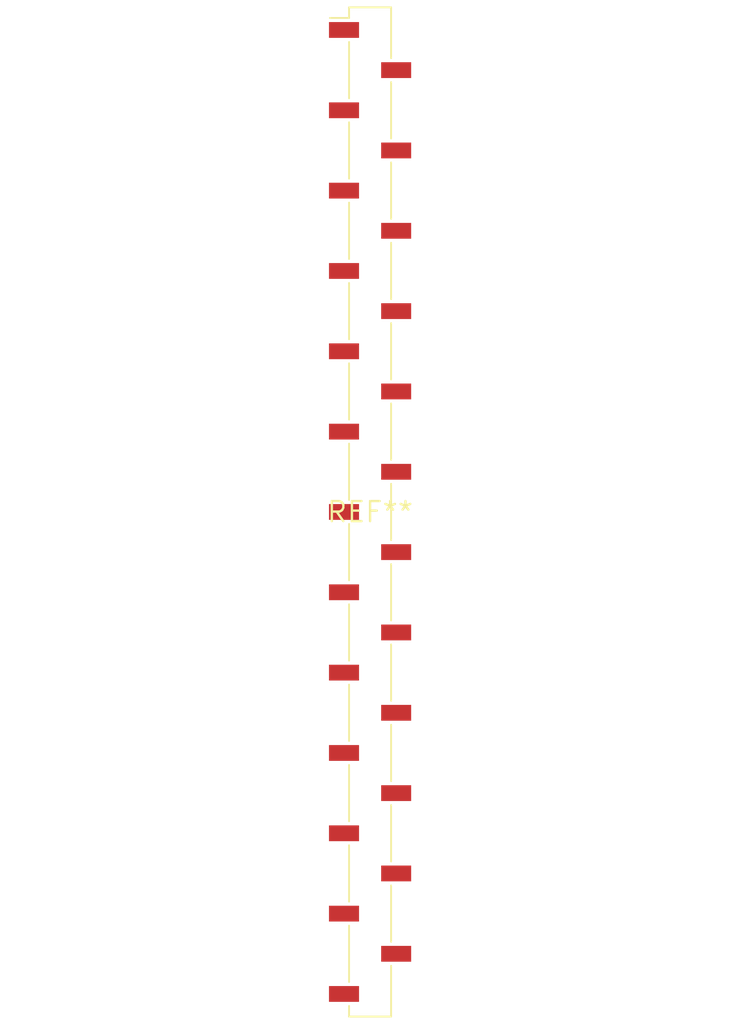
<source format=kicad_pcb>
(kicad_pcb (version 20240108) (generator pcbnew)
  (layers (0 "F.Cu" signal) (31 "B.Cu" signal) (34 "B.Paste" user) (35 "F.Paste" user) (36 "B.SilkS" user "B.Silkscreen") (37 "F.SilkS" user "F.Silkscreen") (38 "B.Mask" user) (39 "F.Mask" user) (44 "Edge.Cuts" user))
  (net 0 "")
  (footprint "PinSocket_1x25_P2.54mm_Vertical_SMD_Pin1Left" (layer "F.Cu") (at 0 0)
    (property "Reference" "REF**")
    (property "Value" "PinSocket_1x25_P2.54mm_Vertical_SMD_Pin1Left")
    (fp_line (start -2.54 -31.24) (end -1.33 -31.24) (layer "F.SilkS") (stroke (width 0.12)))
    (fp_line (start -1.33 -31.91) (end -1.33 -31.24) (layer "F.SilkS") (stroke (width 0.12)))
    (fp_line (start -1.33 -31.91) (end 1.33 -31.91) (layer "F.SilkS") (stroke (width 0.12)))
    (fp_line (start -1.33 -29.72) (end -1.33 -26.16) (layer "F.SilkS") (stroke (width 0.12)))
    (fp_line (start -1.33 -24.64) (end -1.33 -21.08) (layer "F.SilkS") (stroke (width 0.12)))
    (fp_line (start -1.33 -19.56) (end -1.33 -16) (layer "F.SilkS") (stroke (width 0.12)))
    (fp_line (start -1.33 -14.48) (end -1.33 -10.92) (layer "F.SilkS") (stroke (width 0.12)))
    (fp_line (start -1.33 -9.4) (end -1.33 -5.84) (layer "F.SilkS") (stroke (width 0.12)))
    (fp_line (start -1.33 -4.32) (end -1.33 -0.76) (layer "F.SilkS") (stroke (width 0.12)))
    (fp_line (start -1.33 0.76) (end -1.33 4.32) (layer "F.SilkS") (stroke (width 0.12)))
    (fp_line (start -1.33 5.84) (end -1.33 9.4) (layer "F.SilkS") (stroke (width 0.12)))
    (fp_line (start -1.33 10.92) (end -1.33 14.48) (layer "F.SilkS") (stroke (width 0.12)))
    (fp_line (start -1.33 16) (end -1.33 19.56) (layer "F.SilkS") (stroke (width 0.12)))
    (fp_line (start -1.33 21.08) (end -1.33 24.64) (layer "F.SilkS") (stroke (width 0.12)))
    (fp_line (start -1.33 26.16) (end -1.33 29.72) (layer "F.SilkS") (stroke (width 0.12)))
    (fp_line (start -1.33 31.24) (end -1.33 31.91) (layer "F.SilkS") (stroke (width 0.12)))
    (fp_line (start -1.33 31.91) (end 1.33 31.91) (layer "F.SilkS") (stroke (width 0.12)))
    (fp_line (start 1.33 -31.91) (end 1.33 -28.7) (layer "F.SilkS") (stroke (width 0.12)))
    (fp_line (start 1.33 -27.18) (end 1.33 -23.62) (layer "F.SilkS") (stroke (width 0.12)))
    (fp_line (start 1.33 -22.1) (end 1.33 -18.54) (layer "F.SilkS") (stroke (width 0.12)))
    (fp_line (start 1.33 -17.02) (end 1.33 -13.46) (layer "F.SilkS") (stroke (width 0.12)))
    (fp_line (start 1.33 -11.94) (end 1.33 -8.38) (layer "F.SilkS") (stroke (width 0.12)))
    (fp_line (start 1.33 -6.86) (end 1.33 -3.3) (layer "F.SilkS") (stroke (width 0.12)))
    (fp_line (start 1.33 -1.78) (end 1.33 1.78) (layer "F.SilkS") (stroke (width 0.12)))
    (fp_line (start 1.33 3.3) (end 1.33 6.86) (layer "F.SilkS") (stroke (width 0.12)))
    (fp_line (start 1.33 8.38) (end 1.33 11.94) (layer "F.SilkS") (stroke (width 0.12)))
    (fp_line (start 1.33 13.46) (end 1.33 17.02) (layer "F.SilkS") (stroke (width 0.12)))
    (fp_line (start 1.33 18.54) (end 1.33 22.1) (layer "F.SilkS") (stroke (width 0.12)))
    (fp_line (start 1.33 23.62) (end 1.33 27.18) (layer "F.SilkS") (stroke (width 0.12)))
    (fp_line (start 1.33 28.7) (end 1.33 31.91) (layer "F.SilkS") (stroke (width 0.12)))
    (pad "1" smd rect (at -1.65 -30.48) (size 1.9 1) (layers "F.Cu" "F.Paste" "F.Mask"))
    (pad "2" smd rect (at 1.65 -27.94) (size 1.9 1) (layers "F.Cu" "F.Paste" "F.Mask"))
    (pad "3" smd rect (at -1.65 -25.4) (size 1.9 1) (layers "F.Cu" "F.Paste" "F.Mask"))
    (pad "4" smd rect (at 1.65 -22.86) (size 1.9 1) (layers "F.Cu" "F.Paste" "F.Mask"))
    (pad "5" smd rect (at -1.65 -20.32) (size 1.9 1) (layers "F.Cu" "F.Paste" "F.Mask"))
    (pad "6" smd rect (at 1.65 -17.78) (size 1.9 1) (layers "F.Cu" "F.Paste" "F.Mask"))
    (pad "7" smd rect (at -1.65 -15.24) (size 1.9 1) (layers "F.Cu" "F.Paste" "F.Mask"))
    (pad "8" smd rect (at 1.65 -12.7) (size 1.9 1) (layers "F.Cu" "F.Paste" "F.Mask"))
    (pad "9" smd rect (at -1.65 -10.16) (size 1.9 1) (layers "F.Cu" "F.Paste" "F.Mask"))
    (pad "10" smd rect (at 1.65 -7.62) (size 1.9 1) (layers "F.Cu" "F.Paste" "F.Mask"))
    (pad "11" smd rect (at -1.65 -5.08) (size 1.9 1) (layers "F.Cu" "F.Paste" "F.Mask"))
    (pad "12" smd rect (at 1.65 -2.54) (size 1.9 1) (layers "F.Cu" "F.Paste" "F.Mask"))
    (pad "13" smd rect (at -1.65 0) (size 1.9 1) (layers "F.Cu" "F.Paste" "F.Mask"))
    (pad "14" smd rect (at 1.65 2.54) (size 1.9 1) (layers "F.Cu" "F.Paste" "F.Mask"))
    (pad "15" smd rect (at -1.65 5.08) (size 1.9 1) (layers "F.Cu" "F.Paste" "F.Mask"))
    (pad "16" smd rect (at 1.65 7.62) (size 1.9 1) (layers "F.Cu" "F.Paste" "F.Mask"))
    (pad "17" smd rect (at -1.65 10.16) (size 1.9 1) (layers "F.Cu" "F.Paste" "F.Mask"))
    (pad "18" smd rect (at 1.65 12.7) (size 1.9 1) (layers "F.Cu" "F.Paste" "F.Mask"))
    (pad "19" smd rect (at -1.65 15.24) (size 1.9 1) (layers "F.Cu" "F.Paste" "F.Mask"))
    (pad "20" smd rect (at 1.65 17.78) (size 1.9 1) (layers "F.Cu" "F.Paste" "F.Mask"))
    (pad "21" smd rect (at -1.65 20.32) (size 1.9 1) (layers "F.Cu" "F.Paste" "F.Mask"))
    (pad "22" smd rect (at 1.65 22.86) (size 1.9 1) (layers "F.Cu" "F.Paste" "F.Mask"))
    (pad "23" smd rect (at -1.65 25.4) (size 1.9 1) (layers "F.Cu" "F.Paste" "F.Mask"))
    (pad "24" smd rect (at 1.65 27.94) (size 1.9 1) (layers "F.Cu" "F.Paste" "F.Mask"))
    (pad "25" smd rect (at -1.65 30.48) (size 1.9 1) (layers "F.Cu" "F.Paste" "F.Mask"))
  )
)
</source>
